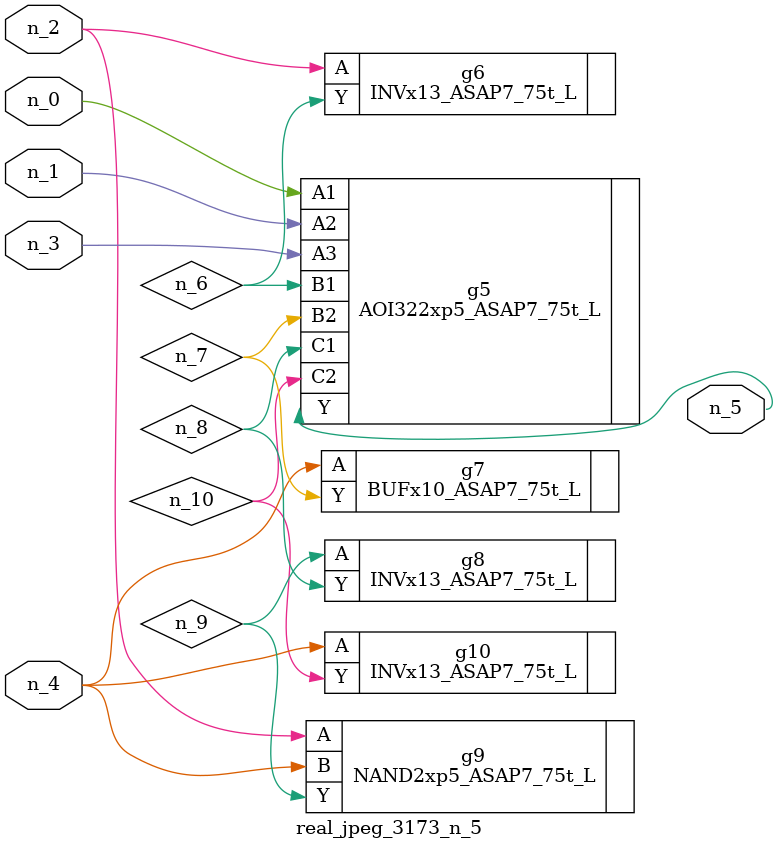
<source format=v>
module real_jpeg_3173_n_5 (n_4, n_0, n_1, n_2, n_3, n_5);

input n_4;
input n_0;
input n_1;
input n_2;
input n_3;

output n_5;

wire n_8;
wire n_6;
wire n_7;
wire n_10;
wire n_9;

AOI322xp5_ASAP7_75t_L g5 ( 
.A1(n_0),
.A2(n_1),
.A3(n_3),
.B1(n_6),
.B2(n_7),
.C1(n_8),
.C2(n_10),
.Y(n_5)
);

INVx13_ASAP7_75t_L g6 ( 
.A(n_2),
.Y(n_6)
);

NAND2xp5_ASAP7_75t_L g9 ( 
.A(n_2),
.B(n_4),
.Y(n_9)
);

BUFx10_ASAP7_75t_L g7 ( 
.A(n_4),
.Y(n_7)
);

INVx13_ASAP7_75t_L g10 ( 
.A(n_4),
.Y(n_10)
);

INVx13_ASAP7_75t_L g8 ( 
.A(n_9),
.Y(n_8)
);


endmodule
</source>
